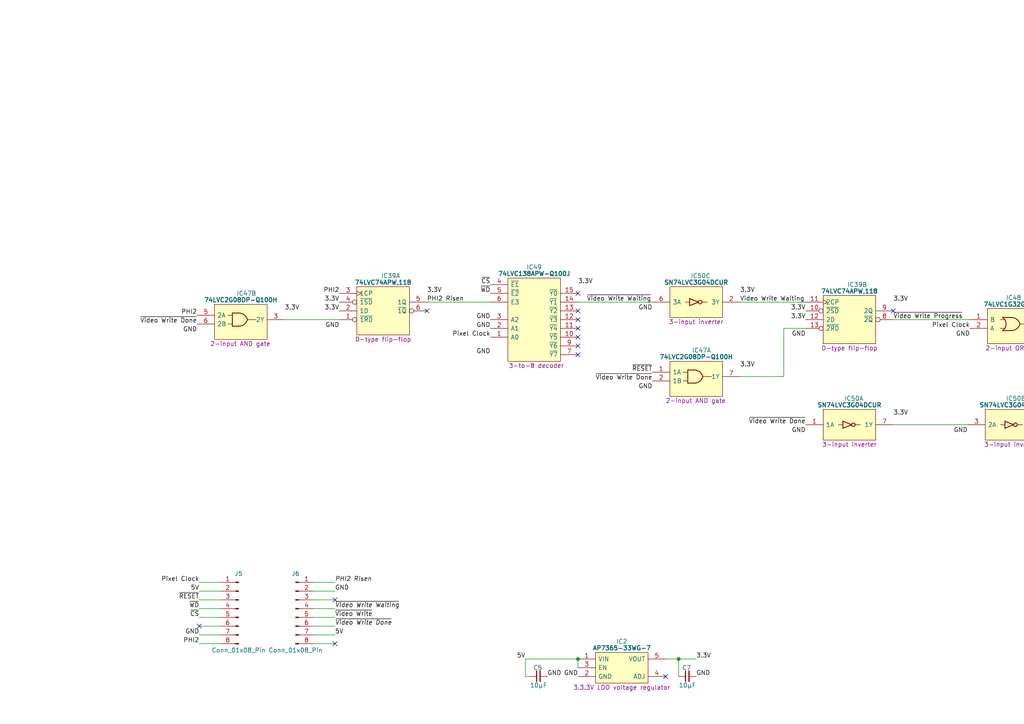
<source format=kicad_sch>
(kicad_sch (version 20230121) (generator eeschema)
  (paper "A4")
  (lib_symbols
    (symbol "Connector:Conn_01x08_Pin" (pin_names (offset 1.016) hide)
      (property "Reference" "J" (at 0 10.16 0))
      (property "Value" "Conn_01x08_Pin" (at 0 -12.7 0))
      (symbol "Conn_01x08_Pin_1_1"
        (polyline (pts (xy 1.27 -10.16) (xy 0.8636 -10.16)) (stroke (width 0.1524)))
        (polyline (pts (xy 1.27 -7.62) (xy 0.8636 -7.62)) (stroke (width 0.1524)))
        (polyline (pts (xy 1.27 -5.08) (xy 0.8636 -5.08)) (stroke (width 0.1524)))
        (polyline (pts (xy 1.27 -2.54) (xy 0.8636 -2.54)) (stroke (width 0.1524)))
        (polyline (pts (xy 1.27 0) (xy 0.8636 0)) (stroke (width 0.1524)))
        (polyline (pts (xy 1.27 2.54) (xy 0.8636 2.54)) (stroke (width 0.1524)))
        (polyline (pts (xy 1.27 5.08) (xy 0.8636 5.08)) (stroke (width 0.1524)))
        (polyline (pts (xy 1.27 7.62) (xy 0.8636 7.62)) (stroke (width 0.1524)))
        (rectangle (start 0.8636 -10.033) (end 0 -10.287) (stroke (width 0.1524)) (fill (type outline)))
        (rectangle (start 0.8636 -7.493) (end 0 -7.747) (stroke (width 0.1524)) (fill (type outline)))
        (rectangle (start 0.8636 -4.953) (end 0 -5.207) (stroke (width 0.1524)) (fill (type outline)))
        (rectangle (start 0.8636 -2.413) (end 0 -2.667) (stroke (width 0.1524)) (fill (type outline)))
        (rectangle (start 0.8636 0.127) (end 0 -0.127) (stroke (width 0.1524)) (fill (type outline)))
        (rectangle (start 0.8636 2.667) (end 0 2.413) (stroke (width 0.1524)) (fill (type outline)))
        (rectangle (start 0.8636 5.207) (end 0 4.953) (stroke (width 0.1524)) (fill (type outline)))
        (rectangle (start 0.8636 7.747) (end 0 7.493) (stroke (width 0.1524)) (fill (type outline)))
        (pin passive line (at 5.08 7.62 180) (length 3.81) (name "Pin_1") (number "1"))
        (pin passive line (at 5.08 5.08 180) (length 3.81) (name "Pin_2") (number "2"))
        (pin passive line (at 5.08 2.54 180) (length 3.81) (name "Pin_3") (number "3"))
        (pin passive line (at 5.08 0 180) (length 3.81) (name "Pin_4") (number "4"))
        (pin passive line (at 5.08 -2.54 180) (length 3.81) (name "Pin_5") (number "5"))
        (pin passive line (at 5.08 -5.08 180) (length 3.81) (name "Pin_6") (number "6"))
        (pin passive line (at 5.08 -7.62 180) (length 3.81) (name "Pin_7") (number "7"))
        (pin passive line (at 5.08 -10.16 180) (length 3.81) (name "Pin_8") (number "8"))
      )
    )
    (symbol "Diodes_Inc:AP7365-33WG-7" (pin_names (offset 0.762))
      (property "Reference" "IC" (at 12.7 5.08 0))
      (property "Value" "AP7365-33WG-7" (at 12.7 3.175 0))
      (property "Description" "3.3V LDO voltage regulator" (at 12.7 -8.255 0))
      (symbol "AP7365-33WG-7_0_0"
        (pin passive line (at 0 0 0) (length 5.08) (name "VIN") (number "1"))
        (pin passive line (at 0 -5.08 0) (length 5.08) (name "GND") (number "2"))
        (pin input line (at 0 -2.54 0) (length 5.08) (name "EN") (number "3"))
        (pin passive line (at 25.4 -5.08 180) (length 5.08) (name "ADJ") (number "4"))
        (pin passive line (at 25.4 0 180) (length 5.08) (name "VOUT") (number "5"))
      )
      (symbol "AP7365-33WG-7_0_1"
        (polyline (pts (xy 5.08 1.905) (xy 20.32 1.905) (xy 20.32 -6.985) (xy 5.08 -6.985) (xy 5.08 1.905)) (fill (type background)))
      )
    )
    (symbol "HCP65:C_0805" (pin_numbers hide) (pin_names (offset 0.254) hide)
      (property "Reference" "C" (at 2.286 2.54 0))
      (property "Description" "?μF" (at 2.54 -2.54 0))
      (symbol "C_0805_0_1"
        (polyline (pts (xy 1.9685 -1.4605) (xy 1.9685 1.5875)) (stroke (width 0.3048)))
        (polyline (pts (xy 2.9845 -1.4605) (xy 2.9845 1.5875)) (stroke (width 0.3302)))
      )
      (symbol "C_0805_1_1"
        (pin passive line (at 0 0 0) (length 2.032) (name "~") (number "1"))
        (pin passive line (at 5.08 0 180) (length 2.032) (name "~") (number "2"))
      )
    )
    (symbol "Nexperia:74LVC138APW-Q100J" (pin_names (offset 0.762))
      (property "Reference" "IC" (at 12.7 3.175 0))
      (property "Value" "74LVC138APW-Q100J" (at 12.7 1.27 0))
      (property "Description" "3-to-8 decoder" (at 13.335 -25.4 0))
      (symbol "74LVC138APW-Q100J_0_0"
        (pin input line (at 0 -17.145 0) (length 5.08) (name "A0") (number "1"))
        (pin output line (at 25.4 -17.145 180) (length 5.08) (name "~{Y5}") (number "10"))
        (pin output line (at 25.4 -14.605 180) (length 5.08) (name "~{Y4}") (number "11"))
        (pin output line (at 25.4 -12.065 180) (length 5.08) (name "~{Y3}") (number "12"))
        (pin output line (at 25.4 -9.525 180) (length 5.08) (name "~{Y2}") (number "13"))
        (pin output line (at 25.4 -6.985 180) (length 5.08) (name "~{Y1}") (number "14"))
        (pin output line (at 25.4 -4.445 180) (length 5.08) (name "~{Y0}") (number "15"))
        (pin passive line (at 25.4 -1.905 180) (length 5.08) hide (name "3V") (number "16"))
        (pin input line (at 0 -14.605 0) (length 5.08) (name "A1") (number "2"))
        (pin input line (at 0 -12.065 0) (length 5.08) (name "A2") (number "3"))
        (pin input line (at 0 -1.905 0) (length 5.08) (name "~{E1}") (number "4"))
        (pin input line (at 0 -4.445 0) (length 5.08) (name "~{E2}") (number "5"))
        (pin input line (at 0 -6.985 0) (length 5.08) (name "E3") (number "6"))
        (pin output line (at 25.4 -22.225 180) (length 5.08) (name "~{Y7}") (number "7"))
        (pin passive line (at 0 -22.225 0) (length 5.08) hide (name "GND") (number "8"))
        (pin output line (at 25.4 -19.685 180) (length 5.08) (name "~{Y6}") (number "9"))
      )
      (symbol "74LVC138APW-Q100J_0_1"
        (polyline (pts (xy 5.08 0) (xy 20.32 0) (xy 20.32 -24.13) (xy 5.08 -24.13) (xy 5.08 0)) (stroke (width 0.1524)) (fill (type background)))
      )
    )
    (symbol "Nexperia:74LVC1G32GV,125" (pin_names (offset 0.762))
      (property "Reference" "IC" (at 12.7 6.35 0))
      (property "Value" "74LVC1G32GV,125" (at 12.7 4.445 0))
      (property "Description" "2-input OR gate" (at 12.7 -8.255 0))
      (symbol "74LVC1G32GV,125_0_0"
        (pin input line (at 0 0 0) (length 5.08) (name "B") (number "1"))
        (pin input line (at 0 -2.54 0) (length 5.08) (name "A") (number "2"))
        (pin passive line (at 0 -5.08 0) (length 5.08) hide (name "GND") (number "3"))
        (pin output line (at 25.4 -1.27 180) (length 5.08) (name "Y") (number "4"))
        (pin passive line (at 25.4 1.27 180) (length 5.08) hide (name "3V") (number "5"))
      )
      (symbol "74LVC1G32GV,125_0_1"
        (polyline (pts (xy 8.802 -2.54) (xy 10.0719 -2.54)))
        (polyline (pts (xy 8.802 0) (xy 10.0719 0)))
        (polyline (pts (xy 11.977 -3.175) (xy 9.437 -3.175)) (stroke (width 0.254)) (fill (type background)))
        (polyline (pts (xy 11.977 0.635) (xy 9.437 0.635)) (stroke (width 0.254)) (fill (type background)))
        (polyline (pts (xy 14.605 -1.27) (xy 16.51 -1.27)))
        (polyline (pts (xy 5.08 3.175) (xy 20.32 3.175) (xy 20.32 -6.985) (xy 5.08 -6.985) (xy 5.08 3.175)) (stroke (width 0.1524)) (fill (type background)))
        (arc (start 9.437 -3.175) (mid 10.4969 -1.27) (end 9.437 0.635) (stroke (width 0.254)))
        (arc (start 11.977 -3.175) (mid 13.5751 -2.6601) (end 14.517 -1.27) (stroke (width 0.254)))
        (arc (start 14.517 -1.27) (mid 13.5761 0.1213) (end 11.977 0.635) (stroke (width 0.254)))
      )
    )
    (symbol "Nexperia:74LVC2G08DP-Q100H_Multi" (pin_names (offset 0.762))
      (property "Reference" "IC" (at 11.43 6.35 0))
      (property "Value" "74LVC2G08DP-Q100H" (at 12.7 4.445 0))
      (property "Description" "2-input AND gate" (at 3.81 -8.255 0))
      (symbol "74LVC2G08DP-Q100H_Multi_0_0"
        (pin passive line (at 0 -5.08 0) (length 5.08) hide (name "GND") (number "4"))
        (pin passive line (at 25.4 1.27 180) (length 5.08) hide (name "3V") (number "8"))
      )
      (symbol "74LVC2G08DP-Q100H_Multi_0_1"
        (polyline (pts (xy 8.89 -2.54) (xy 10.1599 -2.54)))
        (polyline (pts (xy 8.89 0) (xy 10.1599 0)))
        (polyline (pts (xy 10.248 0.635) (xy 10.248 -3.175)) (stroke (width 0.254)) (fill (type background)))
        (polyline (pts (xy 12.065 -3.175) (xy 10.248 -3.175)) (stroke (width 0.254)) (fill (type background)))
        (polyline (pts (xy 12.065 0.635) (xy 10.248 0.635)) (stroke (width 0.254)) (fill (type background)))
        (polyline (pts (xy 14.605 -1.27) (xy 17.145 -1.27)))
        (polyline (pts (xy 5.08 3.175) (xy 20.32 3.175) (xy 20.32 -6.985) (xy 5.08 -6.985) (xy 5.08 3.175)) (stroke (width 0.1524)) (fill (type background)))
        (arc (start 12.065 -3.175) (mid 13.6634 -2.6604) (end 14.605 -1.27) (stroke (width 0.254)))
        (arc (start 14.605 -1.27) (mid 13.6646 0.122) (end 12.065 0.635) (stroke (width 0.254)))
      )
      (symbol "74LVC2G08DP-Q100H_Multi_1_0"
        (pin input line (at 0 0 0) (length 5.08) (name "1A") (number "1"))
        (pin input line (at 0 -2.54 0) (length 5.08) (name "1B") (number "2"))
        (pin output line (at 25.4 -1.27 180) (length 5.08) (name "1Y") (number "7"))
      )
      (symbol "74LVC2G08DP-Q100H_Multi_2_0"
        (pin output line (at 25.4 -1.27 180) (length 5.08) (name "2Y") (number "3"))
        (pin input line (at 0 0 0) (length 5.08) (name "2A") (number "5"))
        (pin input line (at 0 -2.54 0) (length 5.08) (name "2B") (number "6"))
      )
    )
    (symbol "Nexperia:74LVC74APW,118_Multi" (pin_names (offset 0.762))
      (property "Reference" "IC" (at 12.065 5.08 0))
      (property "Value" "74LVC74APW,118" (at 12.7 3.175 0))
      (property "Description" "D-type flip-flop" (at 12.7 -13.335 0))
      (symbol "74LVC74APW,118_Multi_0_0"
        (pin passive line (at 25.4 0 180) (length 5.08) hide (name "3V") (number "14"))
        (pin passive line (at 0 -10.16 0) (length 5.08) hide (name "GND") (number "7"))
      )
      (symbol "74LVC74APW,118_Multi_0_1"
        (polyline (pts (xy 5.08 1.905) (xy 20.32 1.905) (xy 20.32 -12.065) (xy 5.08 -12.065) (xy 5.08 1.905)) (stroke (width 0.1524)) (fill (type background)))
      )
      (symbol "74LVC74APW,118_Multi_1_0"
        (pin input inverted (at 0 -7.62 0) (length 5.08) (name "~{1RD}") (number "1"))
        (pin input line (at 0 -5.08 0) (length 5.08) (name "1D") (number "2"))
        (pin input clock (at 0 0 0) (length 5.08) (name "1CP") (number "3"))
        (pin input inverted (at 0 -2.54 0) (length 5.08) (name "~{1SD}") (number "4"))
        (pin output line (at 25.4 -2.54 180) (length 5.08) (name "1Q") (number "5"))
        (pin output inverted (at 25.4 -5.08 180) (length 5.08) (name "~{1Q}") (number "6"))
      )
      (symbol "74LVC74APW,118_Multi_2_0"
        (pin input inverted (at 0 -2.54 0) (length 5.08) (name "~{2SD}") (number "10"))
        (pin input clock (at 0 0 0) (length 5.08) (name "2CP") (number "11"))
        (pin input line (at 0 -5.08 0) (length 5.08) (name "2D") (number "12"))
        (pin input inverted (at 0 -7.62 0) (length 5.08) (name "~{2RD}") (number "13"))
        (pin output inverted (at 25.4 -5.08 180) (length 5.08) (name "~{2Q}") (number "8"))
        (pin output line (at 25.4 -2.54 180) (length 5.08) (name "2Q") (number "9"))
      )
    )
    (symbol "Texas_Instruments:SN74LVC3G04DCUR_Multi" (pin_names (offset 0.762))
      (property "Reference" "IC" (at 13.97 7.62 0))
      (property "Value" "SN74LVC3G04DCUR" (at 12.7 5.715 0))
      (property "Description" "3-input inverter" (at 12.7 -5.715 0))
      (symbol "SN74LVC3G04DCUR_Multi_0_0"
        (pin passive line (at 0 -2.54 0) (length 5.08) hide (name "GND") (number "4"))
        (pin passive line (at 25.4 2.54 180) (length 5.08) hide (name "3V") (number "8"))
      )
      (symbol "SN74LVC3G04DCUR_Multi_0_1"
        (polyline (pts (xy 9.525 0) (xy 10.7949 0)))
        (polyline (pts (xy 14.351 0) (xy 15.875 0)))
        (polyline (pts (xy 10.795 -1.016) (xy 13.335 0) (xy 10.795 1.016)) (stroke (width 0.254)))
        (polyline (pts (xy 5.08 4.445) (xy 20.32 4.445) (xy 20.32 -4.445) (xy 5.08 -4.445) (xy 5.08 4.445)) (stroke (width 0.1524)) (fill (type background)))
        (rectangle (start 10.795 1.016) (end 10.795 -1.016) (stroke (width 0.254)) (fill (type background)))
        (circle (center 13.843 0) (radius 0.508) (stroke (width 0.254)))
      )
      (symbol "SN74LVC3G04DCUR_Multi_1_0"
        (pin input line (at 0 0 0) (length 5.08) (name "1A") (number "1"))
        (pin input line (at 25.4 0 180) (length 5.08) (name "1Y") (number "7"))
      )
      (symbol "SN74LVC3G04DCUR_Multi_2_0"
        (pin input line (at 0 0 0) (length 5.08) (name "2A") (number "3"))
        (pin output line (at 25.4 0 180) (length 5.08) (name "2Y") (number "5"))
      )
      (symbol "SN74LVC3G04DCUR_Multi_3_0"
        (pin output line (at 25.4 0 180) (length 5.08) (name "3Y") (number "2"))
        (pin input line (at 0 0 0) (length 5.08) (name "3A") (number "6"))
      )
    )
  )
  (junction (at 196.85 191.135))
  (junction (at 167.64 191.135))
  (no_connect (at 167.64 92.71))
  (no_connect (at 167.64 97.79))
  (no_connect (at 123.825 90.17))
  (no_connect (at 167.64 95.25))
  (no_connect (at 259.08 90.17))
  (no_connect (at 348.615 96.52))
  (no_connect (at 193.04 196.215))
  (no_connect (at 57.785 181.61))
  (no_connect (at 167.64 102.87))
  (no_connect (at 352.425 189.865))
  (no_connect (at 167.64 85.09))
  (no_connect (at 352.425 192.405))
  (no_connect (at 167.64 90.17))
  (no_connect (at 167.64 100.33))
  (no_connect (at 97.155 173.99))
  (no_connect (at 97.155 186.69))
  (wire (pts (xy 214.63 87.63) (xy 233.68 87.63)))
  (wire (pts (xy 152.4 191.135) (xy 167.64 191.135)))
  (wire (pts (xy 214.63 109.22) (xy 227.33 109.22)))
  (wire (pts (xy 306.705 93.98) (xy 323.215 93.98)))
  (wire (pts (xy 152.4 196.215) (xy 153.67 196.215)))
  (wire (pts (xy 57.785 181.61) (xy 64.135 181.61)))
  (wire (pts (xy 227.33 95.25) (xy 233.68 95.25)))
  (wire (pts (xy 90.805 181.61) (xy 97.155 181.61)))
  (wire (pts (xy 167.64 87.63) (xy 189.23 87.63)))
  (wire (pts (xy 196.85 191.135) (xy 201.93 191.135)))
  (wire (pts (xy 323.215 101.6) (xy 313.69 101.6)))
  (wire (pts (xy 280.67 123.19) (xy 259.08 123.19)))
  (wire (pts (xy 82.55 92.71) (xy 98.425 92.71)))
  (wire (pts (xy 123.825 87.63) (xy 142.24 87.63)))
  (wire (pts (xy 313.69 101.6) (xy 313.69 123.19)))
  (wire (pts (xy 152.4 191.135) (xy 152.4 196.215)))
  (wire (pts (xy 193.04 191.135) (xy 196.85 191.135)))
  (wire (pts (xy 57.785 168.91) (xy 64.135 168.91)))
  (wire (pts (xy 57.785 171.45) (xy 64.135 171.45)))
  (wire (pts (xy 227.33 109.22) (xy 227.33 95.25)))
  (wire (pts (xy 167.64 191.135) (xy 167.64 193.675)))
  (wire (pts (xy 90.805 186.69) (xy 97.155 186.69)))
  (wire (pts (xy 57.785 186.69) (xy 64.135 186.69)))
  (wire (pts (xy 57.785 179.07) (xy 64.135 179.07)))
  (wire (pts (xy 57.785 173.99) (xy 64.135 173.99)))
  (wire (pts (xy 90.805 171.45) (xy 97.155 171.45)))
  (wire (pts (xy 57.785 176.53) (xy 64.135 176.53)))
  (wire (pts (xy 90.805 179.07) (xy 97.155 179.07)))
  (wire (pts (xy 90.805 176.53) (xy 97.155 176.53)))
  (wire (pts (xy 90.805 168.91) (xy 97.155 168.91)))
  (wire (pts (xy 90.805 173.99) (xy 97.155 173.99)))
  (wire (pts (xy 90.805 184.15) (xy 97.155 184.15)))
  (wire (pts (xy 259.08 92.71) (xy 281.305 92.71)))
  (wire (pts (xy 196.85 196.215) (xy 196.85 191.135)))
  (wire (pts (xy 57.785 184.15) (xy 64.135 184.15)))
  (wire (pts (xy 313.69 123.19) (xy 306.07 123.19)))
  (label "~{Video Write Done}" (at 57.15 93.98 180))
  (label "Pixel Clock" (at 281.305 95.25 180))
  (label "GND" (at 142.24 92.71 180))
  (label "3.3V" (at 268.605 220.345 180))
  (label "GND" (at 57.15 96.52 180))
  (label "3.3V" (at 123.825 85.09 0))
  (label "~{WD}" (at 57.785 176.53 180))
  (label "5V" (at 97.155 184.15 0))
  (label "PHI2 Risen" (at 123.825 87.63 0))
  (label "~{WD}" (at 142.24 85.09 180))
  (label "GND" (at 281.305 97.79 180))
  (label "GND" (at 233.68 125.73 180))
  (label "3.3V" (at 252.73 229.235 180))
  (label "GND" (at 327.025 197.485 180))
  (label "3.3V" (at 98.425 87.63 180))
  (label "5V" (at 57.785 171.45 180))
  (label "GND" (at 273.685 220.345 0))
  (label "~{RESET}" (at 57.785 173.99 180))
  (label "3.3V" (at 214.63 85.09 0))
  (label "GND" (at 257.81 220.345 0))
  (label "3.3V" (at 201.93 191.135 0))
  (label "3.3V" (at 284.48 220.345 180))
  (label "3.3V" (at 284.48 229.235 180))
  (label "3.3V" (at 348.615 93.98 0))
  (label "GND" (at 167.64 196.215 180))
  (label "Video Write Waiting" (at 214.63 87.63 0))
  (label "~{Video Write}" (at 306.705 93.98 0))
  (label "3.3V" (at 98.425 90.17 180))
  (label "~{CS}" (at 57.785 179.07 180))
  (label "GND" (at 201.93 196.215 0))
  (label "~{Video Write Waiting}" (at 97.155 176.53 0) (effects (font italic)))
  (label "GND" (at 97.155 171.45 0))
  (label "3.3V" (at 268.605 229.235 180))
  (label "3.3V" (at 214.63 106.68 0))
  (label "PHI2" (at 98.425 85.09 180))
  (label "3.3V" (at 82.55 90.17 0))
  (label "~{Video Write}" (at 97.155 179.07 0))
  (label "3.3V" (at 306.705 91.44 0))
  (label "~{Video Write Done}" (at 348.615 99.06 0))
  (label "GND" (at 289.56 220.345 0))
  (label "3.3V" (at 167.64 82.55 0))
  (label "~{Video Write Waiting}" (at 170.18 87.63 0))
  (label "3.3V" (at 327.025 189.865 180))
  (label "GND" (at 98.425 95.25 180))
  (label "3.3V" (at 259.08 87.63 0))
  (label "Pixel Clock" (at 142.24 97.79 180))
  (label "3.3V" (at 233.68 92.71 180))
  (label "GND" (at 327.025 187.325 180))
  (label "GND" (at 257.81 229.235 0))
  (label "GND" (at 327.025 192.405 180))
  (label "GND" (at 142.24 95.25 180))
  (label "3.3V" (at 352.425 187.325 0))
  (label "3.3V" (at 323.215 96.52 180))
  (label "GND" (at 233.68 97.79 180))
  (label "GND" (at 57.785 184.15 180))
  (label "~{Video Write Progress}" (at 259.08 92.71 0))
  (label "5V" (at 152.4 191.135 180))
  (label "GND" (at 158.75 196.215 0))
  (label "PHI2 Risen" (at 97.155 168.91 0) (effects (font italic)))
  (label "3.3V" (at 259.08 120.65 0))
  (label "3.3V" (at 252.73 220.345 180))
  (label "GND" (at 189.23 90.17 180))
  (label "3.3V" (at 323.215 99.06 180))
  (label "~{Video Write Done}" (at 233.68 123.19 180))
  (label "GND" (at 323.215 104.14 180))
  (label "3.3V" (at 306.07 120.65 0))
  (label "Pixel Clock" (at 57.785 168.91 180))
  (label "~{Video Write Done}" (at 189.23 110.49 180))
  (label "GND" (at 189.23 113.03 180))
  (label "3.3V" (at 233.68 90.17 180))
  (label "~{CS}" (at 142.24 82.55 180))
  (label "GND" (at 327.025 194.945 180))
  (label "GND" (at 142.24 102.87 180))
  (label "GND" (at 273.685 229.235 0))
  (label "~{Video Write Done}" (at 97.155 181.61 0) (effects (font italic)))
  (label "GND" (at 280.67 125.73 180))
  (label "~{RESET}" (at 189.23 107.95 180))
  (label "GND" (at 289.56 229.235 0))
  (label "PHI2" (at 57.15 91.44 180))
  (label "PHI2" (at 57.785 186.69 180))
  (symbol (lib_id "Nexperia:74LVC1G32GV,125") (at 281.305 92.71 0) (unit 1)
    (property "Reference" "IC48" (at 294.005 86.36 0))
    (property "Value" "74LVC1G32GV,125" (at 294.005 88.265 0) (effects (font bold)))
    (property "Footprint" "SOT95P275X110-5N" (effects hide))
    (property "Datasheet" "https://assets.nexperia.com/documents/data-sheet/74LVC1G32.pdf" (effects hide))
    (property "Description" "2-input OR gate" (at 294.005 100.965 0))
    (property "Height" "1.1" (effects hide))
    (property "Manufacturer_Name" "Nexperia" (effects hide))
    (property "Manufacturer_Part_Number" "74LVC1G32GV,125" (effects hide))
    (property "Mouser Part Number" "771-LVC1G32GV125" (effects hide))
    (property "Mouser Price/Stock" "https://www.mouser.co.uk/ProductDetail/Nexperia/74LVC1G32GV125?qs=me8TqzrmIYXExQH4V9SARg%3D%3D" (effects hide))
    (property "Silkscreen" "'1G32" (effects hide))
  )
  (symbol (lib_id "Nexperia:74LVC2G08DP-Q100H_Multi") (at 57.15 91.44 0) (unit 2)
    (property "Reference" "IC47" (at 68.58 85.09 0) (effects (justify left)))
    (property "Value" "74LVC2G08DP-Q100H" (at 69.85 86.995 0) (effects (font bold)))
    (property "Footprint" "SOP65P400X110-8N" (effects hide))
    (property "Datasheet" "https://assets.nexperia.com/documents/data-sheet/74LVC2G08_Q100.pdf" (effects hide))
    (property "Description" "2-input AND gate" (at 60.96 99.695 0) (effects (justify left)))
    (property "Height" "1.1" (effects hide))
    (property "Manufacturer_Name" "Nexperia" (effects hide))
    (property "Manufacturer_Part_Number" "74LVC2G08DP-Q100H" (effects hide))
    (property "Mouser Part Number" "771-74LVC2G08DPQ100H" (effects hide))
    (property "Mouser Price/Stock" "https://www.mouser.co.uk/ProductDetail/Nexperia/74LVC2G08DP-Q100H?qs=fi7yB2oewZnJ07IC2YGuEQ%3D%3D" (effects hide))
    (property "Silkscreen" "'2G08" (effects hide))
  )
  (symbol (lib_id "HCP65:C_0805") (at 268.605 229.235 0) (unit 1)
    (property "Reference" "C23" (at 270.891 226.695 0))
    (property "Value" "1μF" (at 271.145 231.775 0))
    (property "Footprint" "SamacSys_Parts:C_0805" (effects hide))
    (instances (project "Pico Sound" (path "" (reference "C23") (unit 1))) (project "Video 400x600 single" (path "" (reference "C?") (unit 1)) (path "" (reference "C3") (unit 1)) (path "" (reference "C27") (unit 1))))
  )
  (symbol (lib_id "Nexperia:74LVC74APW,118_Multi") (at 233.68 87.63 0) (unit 2)
    (property "Reference" "IC39" (at 245.745 82.55 0) (effects (justify left)))
    (property "Value" "74LVC74APW,118" (at 246.38 84.455 0) (effects (font bold)))
    (property "Footprint" "SOP65P640X110-14N" (effects hide))
    (property "Datasheet" "https://assets.nexperia.com/documents/data-sheet/74LVC74A.pdf" (effects hide))
    (property "Description" "D-type flip-flop" (at 246.38 100.965 0))
    (property "Height" "1.1" (effects hide))
    (property "Mouser Part Number" "771-74LVC74APW-T" (effects hide))
    (property "Mouser Price/Stock" "https://www.mouser.co.uk/ProductDetail/Nexperia/74LVC74APW118?qs=me8TqzrmIYVtXwVfet0lzw%3D%3D" (effects hide))
    (property "Manufacturer_Name" "Nexperia" (effects hide))
    (property "Manufacturer_Part_Number" "74LVC74APW,118" (effects hide))
    (property "Silkscreen" "74LVC74APW" (effects hide))
  )
  (symbol (lib_id "Texas_Instruments:SN74LVC3G04DCUR_Multi") (at 233.68 123.19 0) (unit 1)
    (property "Reference" "IC50" (at 247.65 115.57 0))
    (property "Value" "SN74LVC3G04DCUR" (at 246.38 117.475 0) (effects (font bold)))
    (property "Footprint" "SOP50P310X90-8N" (effects hide))
    (property "Datasheet" "http://www.ti.com/lit/gpn/sn74lvc3g04" (effects hide))
    (property "Description" "3-input inverter" (at 246.38 128.905 0))
    (property "Height" "0.9" (effects hide))
    (property "Manufacturer_Name" "Texas Instruments" (effects hide))
    (property "Manufacturer_Part_Number" "SN74LVC3G04DCUR" (effects hide))
    (property "Mouser Part Number" "595-SN74LVC3G04DCUR" (effects hide))
    (property "Mouser Price/Stock" "https://www.mouser.co.uk/ProductDetail/Texas-Instruments/SN74LVC3G04DCUR?qs=vxEfx8VrU7ChLh1GswJlmg%3D%3D" (effects hide))
    (property "Silkscreen" "'3G04" (effects hide))
  )
  (symbol (lib_id "Nexperia:74LVC74APW,118_Multi") (at 323.215 93.98 0) (unit 1)
    (property "Reference" "IC43" (at 335.28 88.9 0) (effects (justify left)))
    (property "Value" "74LVC74APW,118" (at 335.915 90.805 0) (effects (font bold)))
    (property "Footprint" "SOP65P640X110-14N" (effects hide))
    (property "Datasheet" "https://assets.nexperia.com/documents/data-sheet/74LVC74A.pdf" (effects hide))
    (property "Description" "D-type flip-flop" (at 335.915 107.315 0))
    (property "Height" "1.1" (effects hide))
    (property "Mouser Part Number" "771-74LVC74APW-T" (effects hide))
    (property "Mouser Price/Stock" "https://www.mouser.co.uk/ProductDetail/Nexperia/74LVC74APW118?qs=me8TqzrmIYVtXwVfet0lzw%3D%3D" (effects hide))
    (property "Manufacturer_Name" "Nexperia" (effects hide))
    (property "Manufacturer_Part_Number" "74LVC74APW,118" (effects hide))
    (property "Silkscreen" "74LVC74APW" (effects hide))
  )
  (symbol (lib_id "Nexperia:74LVC2G08DP-Q100H_Multi") (at 189.23 107.95 0) (unit 1)
    (property "Reference" "IC47" (at 200.66 101.6 0) (effects (justify left)))
    (property "Value" "74LVC2G08DP-Q100H" (at 201.93 103.505 0) (effects (font bold)))
    (property "Footprint" "SOP65P400X110-8N" (effects hide))
    (property "Datasheet" "https://assets.nexperia.com/documents/data-sheet/74LVC2G08_Q100.pdf" (effects hide))
    (property "Description" "2-input AND gate" (at 193.04 116.205 0) (effects (justify left)))
    (property "Height" "1.1" (effects hide))
    (property "Manufacturer_Name" "Nexperia" (effects hide))
    (property "Manufacturer_Part_Number" "74LVC2G08DP-Q100H" (effects hide))
    (property "Mouser Part Number" "771-74LVC2G08DPQ100H" (effects hide))
    (property "Mouser Price/Stock" "https://www.mouser.co.uk/ProductDetail/Nexperia/74LVC2G08DP-Q100H?qs=fi7yB2oewZnJ07IC2YGuEQ%3D%3D" (effects hide))
    (property "Silkscreen" "'2G08" (effects hide))
  )
  (symbol (lib_id "HCP65:C_0805") (at 252.73 229.235 0) (unit 1)
    (property "Reference" "C23" (at 255.016 226.695 0))
    (property "Value" "1μF" (at 255.27 231.775 0))
    (property "Footprint" "SamacSys_Parts:C_0805" (effects hide))
    (instances (project "Pico Sound" (path "" (reference "C23") (unit 1))) (project "Video 400x600 single" (path "" (reference "C?") (unit 1)) (path "" (reference "C3") (unit 1)) (path "" (reference "C26") (unit 1))))
  )
  (symbol (lib_id "HCP65:C_0805") (at 153.67 196.215 0) (unit 1)
    (property "Reference" "C5" (at 155.956 193.675 0))
    (property "Value" "10µF" (at 153.67 198.755 0) (effects (justify left)))
    (property "Footprint" "SamacSys_Parts:C_0805" (effects hide))
    (instances (project "Pico Sound" (path "" (reference "C5") (unit 1))) (project "Video 400x600 single" (path "" (reference "C?") (unit 1)) (path "" (reference "C1") (unit 1)) (path "" (reference "C21") (unit 1))))
  )
  (symbol (lib_id "Diodes_Inc:AP7365-33WG-7") (at 167.64 191.135 0) (unit 1)
    (property "Reference" "IC2" (at 180.34 186.055 0))
    (property "Value" "AP7365-33WG-7" (at 180.34 187.96 0) (effects (font bold)))
    (property "Footprint" "SOT95P285X130-5N" (effects hide))
    (property "Datasheet" "https://componentsearchengine.com/Datasheets/1/AP7365-33WG-7.pdf" (effects hide))
    (property "Description" "3.3.3V LDO voltage regulator" (at 180.34 199.39 0))
    (property "Height" "1.3" (effects hide))
    (property "Manufacturer_Name" "Diodes Inc." (effects hide))
    (property "Manufacturer_Part_Number" "AP7365-33WG-7" (effects hide))
    (property "Mouser Part Number" "621-AP7365-33WG-7" (effects hide))
    (property "Mouser Price/Stock" "https://www.mouser.co.uk/ProductDetail/Diodes-Incorporated/AP7365-33WG-7?qs=abZ1nkZpTuOZFvxvoFPL0w%3D%3D" (effects hide))
    (property "Arrow Part Number" "AP7365-33WG-7" (effects hide))
    (property "Arrow Price/Stock" "https://www.arrow.com/en/products/ap7365-33wg-7/diodes-incorporated?region=nac" (effects hide))
    (property "Silkscreen" "AP7365" (effects hide))
    (instances (project "Pico Sound" (path "" (reference "IC2") (unit 1))) (project "Video 400x600 single" (path "" (reference "IC?") (unit 1)) (path "" (reference "IC8") (unit 1)) (path "" (reference "IC46") (unit 1))))
  )
  (symbol (lib_id "Nexperia:74LVC74APW,118_Multi") (at 98.425 85.09 0) (unit 1)
    (property "Reference" "IC39" (at 110.49 80.01 0) (effects (justify left)))
    (property "Value" "74LVC74APW,118" (at 111.125 81.915 0) (effects (font bold)))
    (property "Footprint" "SOP65P640X110-14N" (effects hide))
    (property "Datasheet" "https://assets.nexperia.com/documents/data-sheet/74LVC74A.pdf" (effects hide))
    (property "Description" "D-type flip-flop" (at 111.125 98.425 0))
    (property "Height" "1.1" (effects hide))
    (property "Mouser Part Number" "771-74LVC74APW-T" (effects hide))
    (property "Mouser Price/Stock" "https://www.mouser.co.uk/ProductDetail/Nexperia/74LVC74APW118?qs=me8TqzrmIYVtXwVfet0lzw%3D%3D" (effects hide))
    (property "Manufacturer_Name" "Nexperia" (effects hide))
    (property "Manufacturer_Part_Number" "74LVC74APW,118" (effects hide))
    (property "Silkscreen" "74LVC74APW" (effects hide))
  )
  (symbol (lib_id "Texas_Instruments:SN74LVC3G04DCUR_Multi") (at 189.23 87.63 0) (unit 3)
    (property "Reference" "IC50" (at 203.2 80.01 0))
    (property "Value" "SN74LVC3G04DCUR" (at 201.93 81.915 0) (effects (font bold)))
    (property "Footprint" "SOP50P310X90-8N" (effects hide))
    (property "Datasheet" "http://www.ti.com/lit/gpn/sn74lvc3g04" (effects hide))
    (property "Description" "3-input inverter" (at 201.93 93.345 0))
    (property "Height" "0.9" (effects hide))
    (property "Manufacturer_Name" "Texas Instruments" (effects hide))
    (property "Manufacturer_Part_Number" "SN74LVC3G04DCUR" (effects hide))
    (property "Mouser Part Number" "595-SN74LVC3G04DCUR" (effects hide))
    (property "Mouser Price/Stock" "https://www.mouser.co.uk/ProductDetail/Texas-Instruments/SN74LVC3G04DCUR?qs=vxEfx8VrU7ChLh1GswJlmg%3D%3D" (effects hide))
    (property "Silkscreen" "'3G04" (effects hide))
  )
  (symbol (lib_id "HCP65:C_0805") (at 252.73 220.345 0) (unit 1)
    (property "Reference" "C23" (at 255.016 217.805 0))
    (property "Value" "1μF" (at 255.27 222.885 0))
    (property "Footprint" "SamacSys_Parts:C_0805" (effects hide))
    (instances (project "Pico Sound" (path "" (reference "C23") (unit 1))) (project "Video 400x600 single" (path "" (reference "C?") (unit 1)) (path "" (reference "C3") (unit 1)) (path "" (reference "C23") (unit 1))))
  )
  (symbol (lib_id "Texas_Instruments:SN74LVC3G04DCUR_Multi") (at 280.67 123.19 0) (unit 2)
    (property "Reference" "IC50" (at 294.64 115.57 0))
    (property "Value" "SN74LVC3G04DCUR" (at 293.37 117.475 0) (effects (font bold)))
    (property "Footprint" "SOP50P310X90-8N" (effects hide))
    (property "Datasheet" "http://www.ti.com/lit/gpn/sn74lvc3g04" (effects hide))
    (property "Description" "3-input inverter" (at 293.37 128.905 0))
    (property "Height" "0.9" (effects hide))
    (property "Manufacturer_Name" "Texas Instruments" (effects hide))
    (property "Manufacturer_Part_Number" "SN74LVC3G04DCUR" (effects hide))
    (property "Mouser Part Number" "595-SN74LVC3G04DCUR" (effects hide))
    (property "Mouser Price/Stock" "https://www.mouser.co.uk/ProductDetail/Texas-Instruments/SN74LVC3G04DCUR?qs=vxEfx8VrU7ChLh1GswJlmg%3D%3D" (effects hide))
    (property "Silkscreen" "'3G04" (effects hide))
  )
  (symbol (lib_id "HCP65:C_0805") (at 196.85 196.215 0) (unit 1)
    (property "Reference" "C7" (at 199.136 193.675 0))
    (property "Value" "10µF" (at 196.85 198.755 0) (effects (justify left)))
    (property "Footprint" "SamacSys_Parts:C_0805" (effects hide))
    (instances (project "Pico Sound" (path "" (reference "C7") (unit 1))) (project "Video 400x600 single" (path "" (reference "C?") (unit 1)) (path "" (reference "C2") (unit 1)) (path "" (reference "C22") (unit 1))))
  )
  (symbol (lib_id "Nexperia:74LVC74APW,118_Multi") (at 327.025 187.325 0) (unit 2)
    (property "Reference" "IC43" (at 339.09 182.245 0) (effects (justify left)))
    (property "Value" "74LVC74APW,118" (at 339.725 184.15 0) (effects (font bold)))
    (property "Footprint" "SOP65P640X110-14N" (effects hide))
    (property "Datasheet" "https://assets.nexperia.com/documents/data-sheet/74LVC74A.pdf" (effects hide))
    (property "Description" "D-type flip-flop" (at 339.725 200.66 0))
    (property "Height" "1.1" (effects hide))
    (property "Mouser Part Number" "771-74LVC74APW-T" (effects hide))
    (property "Mouser Price/Stock" "https://www.mouser.co.uk/ProductDetail/Nexperia/74LVC74APW118?qs=me8TqzrmIYVtXwVfet0lzw%3D%3D" (effects hide))
    (property "Manufacturer_Name" "Nexperia" (effects hide))
    (property "Manufacturer_Part_Number" "74LVC74APW,118" (effects hide))
    (property "Silkscreen" "74LVC74APW" (effects hide))
  )
  (symbol (lib_id "Connector:Conn_01x08_Pin") (at 85.725 176.53 0) (unit 1)
    (property "Reference" "J6" (at 85.725 166.37 0))
    (property "Value" "Conn_01x08_Pin" (at 85.725 188.595 0))
    (property "Footprint" "Connector_PinHeader_2.54mm:PinHeader_1x08_P2.54mm_Vertical" (effects hide))
  )
  (symbol (lib_id "HCP65:C_0805") (at 284.48 229.235 0) (unit 1)
    (property "Reference" "C23" (at 286.766 226.695 0))
    (property "Value" "1μF" (at 287.02 231.775 0))
    (property "Footprint" "SamacSys_Parts:C_0805" (effects hide))
    (instances (project "Pico Sound" (path "" (reference "C23") (unit 1))) (project "Video 400x600 single" (path "" (reference "C?") (unit 1)) (path "" (reference "C3") (unit 1)) (path "" (reference "C28") (unit 1))))
  )
  (symbol (lib_id "HCP65:C_0805") (at 268.605 220.345 0) (unit 1)
    (property "Reference" "C23" (at 270.891 217.805 0))
    (property "Value" "1μF" (at 271.145 222.885 0))
    (property "Footprint" "SamacSys_Parts:C_0805" (effects hide))
    (instances (project "Pico Sound" (path "" (reference "C23") (unit 1))) (project "Video 400x600 single" (path "" (reference "C?") (unit 1)) (path "" (reference "C3") (unit 1)) (path "" (reference "C24") (unit 1))))
  )
  (symbol (lib_id "Nexperia:74LVC138APW-Q100J") (at 142.24 80.645 0) (unit 1)
    (property "Reference" "IC49" (at 154.94 77.47 0))
    (property "Value" "74LVC138APW-Q100J" (at 154.94 79.375 0) (effects (font bold)))
    (property "Footprint" "SOP65P640X110-16N" (effects hide))
    (property "Datasheet" "https://assets.nexperia.com/documents/data-sheet/74LVC138A_Q100.pdf" (effects hide))
    (property "Description" "3-to-8 decoder" (at 155.575 106.045 0))
    (property "Height" "1.1" (effects hide))
    (property "Mouser Part Number" "771-74LVC138APWQ100J" (effects hide))
    (property "Mouser Price/Stock" "https://www.mouser.co.uk/ProductDetail/Nexperia/74LVC138APW-Q100J?qs=fi7yB2oewZnXKE82xo%252BhJQ%3D%3D" (effects hide))
    (property "Manufacturer_Name" "Nexperia" (effects hide))
    (property "Manufacturer_Part_Number" "74LVC138APW-Q100J" (effects hide))
    (property "Silkscreen" "74LVC138APW" (effects hide))
  )
  (symbol (lib_id "Connector:Conn_01x08_Pin") (at 69.215 176.53 0) (mirror y) (unit 1)
    (property "Reference" "J5" (at 69.215 166.37 0))
    (property "Value" "Conn_01x08_Pin" (at 69.215 188.595 0))
    (property "Footprint" "Connector_PinHeader_2.54mm:PinHeader_1x08_P2.54mm_Vertical" (effects hide))
  )
  (symbol (lib_id "HCP65:C_0805") (at 284.48 220.345 0) (unit 1)
    (property "Reference" "C23" (at 286.766 217.805 0))
    (property "Value" "1μF" (at 287.02 222.885 0))
    (property "Footprint" "SamacSys_Parts:C_0805" (effects hide))
    (instances (project "Pico Sound" (path "" (reference "C23") (unit 1))) (project "Video 400x600 single" (path "" (reference "C?") (unit 1)) (path "" (reference "C3") (unit 1)) (path "" (reference "C25") (unit 1))))
  )
)
</source>
